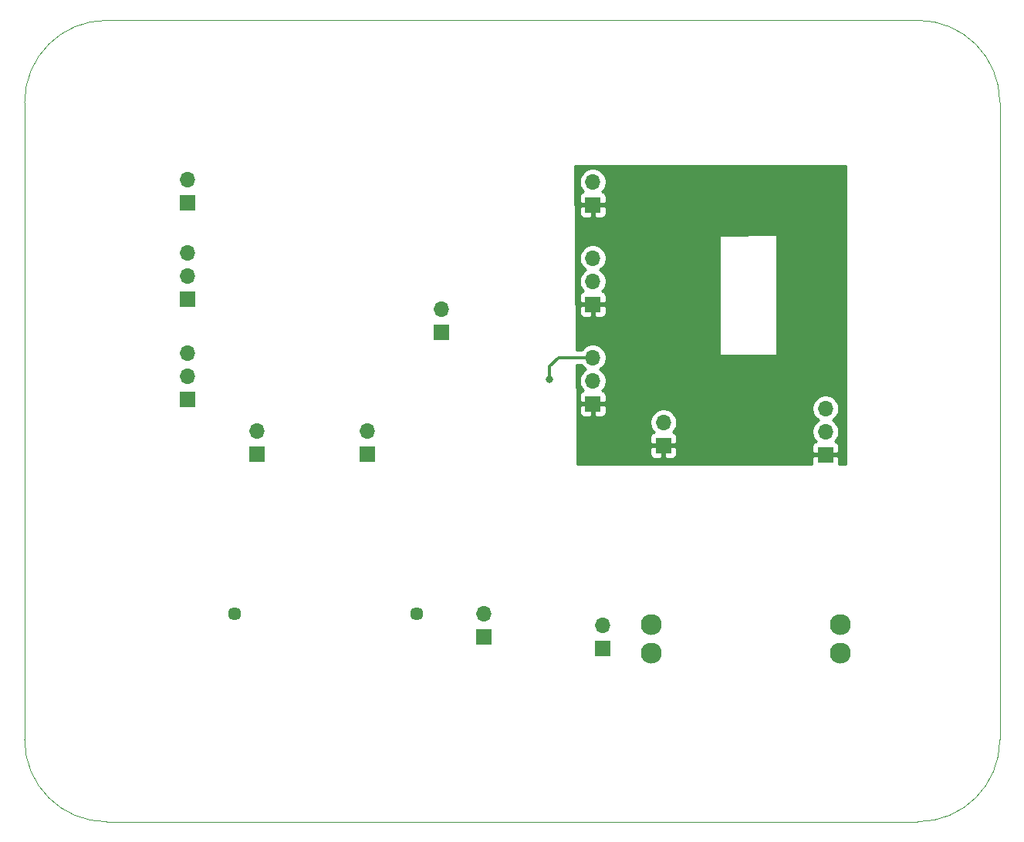
<source format=gbr>
%TF.GenerationSoftware,KiCad,Pcbnew,(5.1.10)-1*%
%TF.CreationDate,2021-07-19T17:08:21-04:00*%
%TF.ProjectId,gps-testing-board,6770732d-7465-4737-9469-6e672d626f61,rev?*%
%TF.SameCoordinates,Original*%
%TF.FileFunction,Copper,L2,Bot*%
%TF.FilePolarity,Positive*%
%FSLAX46Y46*%
G04 Gerber Fmt 4.6, Leading zero omitted, Abs format (unit mm)*
G04 Created by KiCad (PCBNEW (5.1.10)-1) date 2021-07-19 17:08:21*
%MOMM*%
%LPD*%
G01*
G04 APERTURE LIST*
%TA.AperFunction,Profile*%
%ADD10C,0.050000*%
%TD*%
%TA.AperFunction,ComponentPad*%
%ADD11O,1.700000X1.700000*%
%TD*%
%TA.AperFunction,ComponentPad*%
%ADD12R,1.700000X1.700000*%
%TD*%
%TA.AperFunction,ComponentPad*%
%ADD13C,2.300000*%
%TD*%
%TA.AperFunction,ComponentPad*%
%ADD14C,1.446000*%
%TD*%
%TA.AperFunction,ViaPad*%
%ADD15C,0.800000*%
%TD*%
%TA.AperFunction,Conductor*%
%ADD16C,0.300000*%
%TD*%
%TA.AperFunction,Conductor*%
%ADD17C,0.254000*%
%TD*%
%TA.AperFunction,Conductor*%
%ADD18C,0.100000*%
%TD*%
G04 APERTURE END LIST*
D10*
X111000000Y-150000000D02*
G75*
G02*
X102000000Y-141000000I0J9000000D01*
G01*
X209000000Y-141000000D02*
G75*
G02*
X200000000Y-150000000I-9000000J0D01*
G01*
X200000000Y-62000000D02*
G75*
G02*
X209000000Y-71000000I0J-9000000D01*
G01*
X111000000Y-150000000D02*
X200000000Y-150000000D01*
X209000000Y-71000000D02*
X209000000Y-141000000D01*
X102000000Y-71000000D02*
G75*
G02*
X111000000Y-62000000I9000000J0D01*
G01*
X111000000Y-62000000D02*
X200000000Y-62000000D01*
X102000000Y-71000000D02*
X102000000Y-141000000D01*
D11*
%TO.P,J1,2*%
%TO.N,Net-(C1-Pad1)*%
X164338000Y-79730600D03*
D12*
%TO.P,J1,1*%
%TO.N,GND1*%
X164338000Y-82270600D03*
%TD*%
%TO.P,J2,1*%
%TO.N,GND1*%
X164338000Y-93192600D03*
D11*
%TO.P,J2,2*%
%TO.N,Net-(J2-Pad2)*%
X164338000Y-90652600D03*
%TO.P,J2,3*%
%TO.N,Net-(J2-Pad3)*%
X164338000Y-88112600D03*
%TD*%
%TO.P,J3,3*%
%TO.N,Net-(J3-Pad3)*%
X164338000Y-99034600D03*
%TO.P,J3,2*%
%TO.N,Net-(J3-Pad2)*%
X164338000Y-101574600D03*
D12*
%TO.P,J3,1*%
%TO.N,GND1*%
X164338000Y-104114600D03*
%TD*%
%TO.P,J4,1*%
%TO.N,GND1*%
X172085000Y-108686600D03*
D11*
%TO.P,J4,2*%
%TO.N,Net-(C3-Pad1)*%
X172085000Y-106146600D03*
%TD*%
D12*
%TO.P,J5,1*%
%TO.N,GND2*%
X119888000Y-82042000D03*
D11*
%TO.P,J5,2*%
%TO.N,Net-(C2-Pad1)*%
X119888000Y-79502000D03*
%TD*%
%TO.P,J6,3*%
%TO.N,Net-(J6-Pad3)*%
X119888000Y-98552000D03*
%TO.P,J6,2*%
%TO.N,Net-(J6-Pad2)*%
X119888000Y-101092000D03*
D12*
%TO.P,J6,1*%
%TO.N,GND2*%
X119888000Y-103632000D03*
%TD*%
%TO.P,J7,1*%
%TO.N,GND2*%
X119888000Y-92583000D03*
D11*
%TO.P,J7,2*%
%TO.N,Net-(J7-Pad2)*%
X119888000Y-90043000D03*
%TO.P,J7,3*%
%TO.N,Net-(J7-Pad3)*%
X119888000Y-87503000D03*
%TD*%
%TO.P,J8,2*%
%TO.N,Net-(J8-Pad2)*%
X139573000Y-107061000D03*
D12*
%TO.P,J8,1*%
%TO.N,GND2*%
X139573000Y-109601000D03*
%TD*%
D11*
%TO.P,J9,2*%
%TO.N,Net-(C4-Pad1)*%
X127508000Y-107061000D03*
D12*
%TO.P,J9,1*%
%TO.N,GND2*%
X127508000Y-109601000D03*
%TD*%
%TO.P,J12,1*%
%TO.N,GND2*%
X147701000Y-96266000D03*
D11*
%TO.P,J12,2*%
%TO.N,Net-(J12-Pad2)*%
X147701000Y-93726000D03*
%TD*%
D12*
%TO.P,J13,1*%
%TO.N,GND1*%
X189865000Y-109702600D03*
D11*
%TO.P,J13,2*%
%TO.N,Net-(J13-Pad2)*%
X189865000Y-107162600D03*
%TO.P,J13,3*%
%TO.N,Net-(J13-Pad3)*%
X189865000Y-104622600D03*
%TD*%
D12*
%TO.P,J14,1*%
%TO.N,Net-(J14-Pad1)*%
X165404800Y-130937000D03*
D11*
%TO.P,J14,2*%
%TO.N,Net-(J14-Pad2)*%
X165404800Y-128397000D03*
%TD*%
%TO.P,J15,2*%
%TO.N,Net-(J15-Pad2)*%
X152400000Y-127152400D03*
D12*
%TO.P,J15,1*%
%TO.N,Net-(J15-Pad1)*%
X152400000Y-129692400D03*
%TD*%
D13*
%TO.P,J16,2*%
%TO.N,Net-(J14-Pad2)*%
X170727400Y-131446400D03*
X170727400Y-128346400D03*
X191527400Y-128346400D03*
X191527400Y-131446400D03*
%TD*%
D14*
%TO.P,J17,2*%
%TO.N,Net-(J15-Pad2)*%
X145018800Y-127152400D03*
%TO.P,J17,1*%
%TO.N,Net-(J15-Pad1)*%
X125018800Y-127152400D03*
%TD*%
D15*
%TO.N,GND1*%
X188163200Y-91541600D03*
X188163200Y-92557600D03*
X174396400Y-95910400D03*
%TO.N,Net-(J3-Pad3)*%
X159600200Y-101422200D03*
%TD*%
D16*
%TO.N,Net-(J3-Pad3)*%
X159600200Y-101422200D02*
X159600200Y-100013200D01*
X160578800Y-99034600D02*
X164338000Y-99034600D01*
X159600200Y-100013200D02*
X160578800Y-99034600D01*
%TD*%
D17*
%TO.N,GND1*%
X192100200Y-110718600D02*
X191328218Y-110718600D01*
X191340812Y-110677082D01*
X191353072Y-110552600D01*
X191350000Y-109988350D01*
X191191250Y-109829600D01*
X189992000Y-109829600D01*
X189992000Y-109849600D01*
X189738000Y-109849600D01*
X189738000Y-109829600D01*
X188538750Y-109829600D01*
X188380000Y-109988350D01*
X188376928Y-110552600D01*
X188389188Y-110677082D01*
X188401782Y-110718600D01*
X162635227Y-110718600D01*
X162626135Y-109536600D01*
X170596928Y-109536600D01*
X170609188Y-109661082D01*
X170645498Y-109780780D01*
X170704463Y-109891094D01*
X170783815Y-109987785D01*
X170880506Y-110067137D01*
X170990820Y-110126102D01*
X171110518Y-110162412D01*
X171235000Y-110174672D01*
X171799250Y-110171600D01*
X171958000Y-110012850D01*
X171958000Y-108813600D01*
X172212000Y-108813600D01*
X172212000Y-110012850D01*
X172370750Y-110171600D01*
X172935000Y-110174672D01*
X173059482Y-110162412D01*
X173179180Y-110126102D01*
X173289494Y-110067137D01*
X173386185Y-109987785D01*
X173465537Y-109891094D01*
X173524502Y-109780780D01*
X173560812Y-109661082D01*
X173573072Y-109536600D01*
X173570000Y-108972350D01*
X173450250Y-108852600D01*
X188376928Y-108852600D01*
X188380000Y-109416850D01*
X188538750Y-109575600D01*
X189738000Y-109575600D01*
X189738000Y-109555600D01*
X189992000Y-109555600D01*
X189992000Y-109575600D01*
X191191250Y-109575600D01*
X191350000Y-109416850D01*
X191353072Y-108852600D01*
X191340812Y-108728118D01*
X191304502Y-108608420D01*
X191245537Y-108498106D01*
X191166185Y-108401415D01*
X191069494Y-108322063D01*
X190959180Y-108263098D01*
X190886620Y-108241087D01*
X191018475Y-108109232D01*
X191180990Y-107866011D01*
X191292932Y-107595758D01*
X191350000Y-107308860D01*
X191350000Y-107016340D01*
X191292932Y-106729442D01*
X191180990Y-106459189D01*
X191018475Y-106215968D01*
X190811632Y-106009125D01*
X190637240Y-105892600D01*
X190811632Y-105776075D01*
X191018475Y-105569232D01*
X191180990Y-105326011D01*
X191292932Y-105055758D01*
X191350000Y-104768860D01*
X191350000Y-104476340D01*
X191292932Y-104189442D01*
X191180990Y-103919189D01*
X191018475Y-103675968D01*
X190811632Y-103469125D01*
X190568411Y-103306610D01*
X190298158Y-103194668D01*
X190011260Y-103137600D01*
X189718740Y-103137600D01*
X189431842Y-103194668D01*
X189161589Y-103306610D01*
X188918368Y-103469125D01*
X188711525Y-103675968D01*
X188549010Y-103919189D01*
X188437068Y-104189442D01*
X188380000Y-104476340D01*
X188380000Y-104768860D01*
X188437068Y-105055758D01*
X188549010Y-105326011D01*
X188711525Y-105569232D01*
X188918368Y-105776075D01*
X189092760Y-105892600D01*
X188918368Y-106009125D01*
X188711525Y-106215968D01*
X188549010Y-106459189D01*
X188437068Y-106729442D01*
X188380000Y-107016340D01*
X188380000Y-107308860D01*
X188437068Y-107595758D01*
X188549010Y-107866011D01*
X188711525Y-108109232D01*
X188843380Y-108241087D01*
X188770820Y-108263098D01*
X188660506Y-108322063D01*
X188563815Y-108401415D01*
X188484463Y-108498106D01*
X188425498Y-108608420D01*
X188389188Y-108728118D01*
X188376928Y-108852600D01*
X173450250Y-108852600D01*
X173411250Y-108813600D01*
X172212000Y-108813600D01*
X171958000Y-108813600D01*
X170758750Y-108813600D01*
X170600000Y-108972350D01*
X170596928Y-109536600D01*
X162626135Y-109536600D01*
X162613059Y-107836600D01*
X170596928Y-107836600D01*
X170600000Y-108400850D01*
X170758750Y-108559600D01*
X171958000Y-108559600D01*
X171958000Y-108539600D01*
X172212000Y-108539600D01*
X172212000Y-108559600D01*
X173411250Y-108559600D01*
X173570000Y-108400850D01*
X173573072Y-107836600D01*
X173560812Y-107712118D01*
X173524502Y-107592420D01*
X173465537Y-107482106D01*
X173386185Y-107385415D01*
X173289494Y-107306063D01*
X173179180Y-107247098D01*
X173106620Y-107225087D01*
X173238475Y-107093232D01*
X173400990Y-106850011D01*
X173512932Y-106579758D01*
X173570000Y-106292860D01*
X173570000Y-106000340D01*
X173512932Y-105713442D01*
X173400990Y-105443189D01*
X173238475Y-105199968D01*
X173031632Y-104993125D01*
X172788411Y-104830610D01*
X172518158Y-104718668D01*
X172231260Y-104661600D01*
X171938740Y-104661600D01*
X171651842Y-104718668D01*
X171381589Y-104830610D01*
X171138368Y-104993125D01*
X170931525Y-105199968D01*
X170769010Y-105443189D01*
X170657068Y-105713442D01*
X170600000Y-106000340D01*
X170600000Y-106292860D01*
X170657068Y-106579758D01*
X170769010Y-106850011D01*
X170931525Y-107093232D01*
X171063380Y-107225087D01*
X170990820Y-107247098D01*
X170880506Y-107306063D01*
X170783815Y-107385415D01*
X170704463Y-107482106D01*
X170645498Y-107592420D01*
X170609188Y-107712118D01*
X170596928Y-107836600D01*
X162613059Y-107836600D01*
X162590966Y-104964600D01*
X162849928Y-104964600D01*
X162862188Y-105089082D01*
X162898498Y-105208780D01*
X162957463Y-105319094D01*
X163036815Y-105415785D01*
X163133506Y-105495137D01*
X163243820Y-105554102D01*
X163363518Y-105590412D01*
X163488000Y-105602672D01*
X164052250Y-105599600D01*
X164211000Y-105440850D01*
X164211000Y-104241600D01*
X164465000Y-104241600D01*
X164465000Y-105440850D01*
X164623750Y-105599600D01*
X165188000Y-105602672D01*
X165312482Y-105590412D01*
X165432180Y-105554102D01*
X165542494Y-105495137D01*
X165639185Y-105415785D01*
X165718537Y-105319094D01*
X165777502Y-105208780D01*
X165813812Y-105089082D01*
X165826072Y-104964600D01*
X165823000Y-104400350D01*
X165664250Y-104241600D01*
X164465000Y-104241600D01*
X164211000Y-104241600D01*
X163011750Y-104241600D01*
X162853000Y-104400350D01*
X162849928Y-104964600D01*
X162590966Y-104964600D01*
X162551388Y-99819600D01*
X163076526Y-99819600D01*
X163184525Y-99981232D01*
X163391368Y-100188075D01*
X163565760Y-100304600D01*
X163391368Y-100421125D01*
X163184525Y-100627968D01*
X163022010Y-100871189D01*
X162910068Y-101141442D01*
X162853000Y-101428340D01*
X162853000Y-101720860D01*
X162910068Y-102007758D01*
X163022010Y-102278011D01*
X163184525Y-102521232D01*
X163316380Y-102653087D01*
X163243820Y-102675098D01*
X163133506Y-102734063D01*
X163036815Y-102813415D01*
X162957463Y-102910106D01*
X162898498Y-103020420D01*
X162862188Y-103140118D01*
X162849928Y-103264600D01*
X162853000Y-103828850D01*
X163011750Y-103987600D01*
X164211000Y-103987600D01*
X164211000Y-103967600D01*
X164465000Y-103967600D01*
X164465000Y-103987600D01*
X165664250Y-103987600D01*
X165823000Y-103828850D01*
X165826072Y-103264600D01*
X165813812Y-103140118D01*
X165777502Y-103020420D01*
X165718537Y-102910106D01*
X165639185Y-102813415D01*
X165542494Y-102734063D01*
X165432180Y-102675098D01*
X165359620Y-102653087D01*
X165491475Y-102521232D01*
X165653990Y-102278011D01*
X165765932Y-102007758D01*
X165823000Y-101720860D01*
X165823000Y-101428340D01*
X165765932Y-101141442D01*
X165653990Y-100871189D01*
X165491475Y-100627968D01*
X165284632Y-100421125D01*
X165110240Y-100304600D01*
X165284632Y-100188075D01*
X165491475Y-99981232D01*
X165653990Y-99738011D01*
X165765932Y-99467758D01*
X165823000Y-99180860D01*
X165823000Y-98888340D01*
X165765932Y-98601442D01*
X165653990Y-98331189D01*
X165491475Y-98087968D01*
X165284632Y-97881125D01*
X165041411Y-97718610D01*
X164771158Y-97606668D01*
X164484260Y-97549600D01*
X164191740Y-97549600D01*
X163904842Y-97606668D01*
X163634589Y-97718610D01*
X163391368Y-97881125D01*
X163184525Y-98087968D01*
X163076526Y-98249600D01*
X162539311Y-98249600D01*
X162506950Y-94042600D01*
X162849928Y-94042600D01*
X162862188Y-94167082D01*
X162898498Y-94286780D01*
X162957463Y-94397094D01*
X163036815Y-94493785D01*
X163133506Y-94573137D01*
X163243820Y-94632102D01*
X163363518Y-94668412D01*
X163488000Y-94680672D01*
X164052250Y-94677600D01*
X164211000Y-94518850D01*
X164211000Y-93319600D01*
X164465000Y-93319600D01*
X164465000Y-94518850D01*
X164623750Y-94677600D01*
X165188000Y-94680672D01*
X165312482Y-94668412D01*
X165432180Y-94632102D01*
X165542494Y-94573137D01*
X165639185Y-94493785D01*
X165718537Y-94397094D01*
X165777502Y-94286780D01*
X165813812Y-94167082D01*
X165826072Y-94042600D01*
X165823000Y-93478350D01*
X165664250Y-93319600D01*
X164465000Y-93319600D01*
X164211000Y-93319600D01*
X163011750Y-93319600D01*
X162853000Y-93478350D01*
X162849928Y-94042600D01*
X162506950Y-94042600D01*
X162493873Y-92342600D01*
X162849928Y-92342600D01*
X162853000Y-92906850D01*
X163011750Y-93065600D01*
X164211000Y-93065600D01*
X164211000Y-93045600D01*
X164465000Y-93045600D01*
X164465000Y-93065600D01*
X165664250Y-93065600D01*
X165823000Y-92906850D01*
X165826072Y-92342600D01*
X165813812Y-92218118D01*
X165777502Y-92098420D01*
X165718537Y-91988106D01*
X165639185Y-91891415D01*
X165542494Y-91812063D01*
X165432180Y-91753098D01*
X165359620Y-91731087D01*
X165491475Y-91599232D01*
X165653990Y-91356011D01*
X165765932Y-91085758D01*
X165823000Y-90798860D01*
X165823000Y-90506340D01*
X165765932Y-90219442D01*
X165653990Y-89949189D01*
X165491475Y-89705968D01*
X165284632Y-89499125D01*
X165110240Y-89382600D01*
X165284632Y-89266075D01*
X165491475Y-89059232D01*
X165653990Y-88816011D01*
X165765932Y-88545758D01*
X165823000Y-88258860D01*
X165823000Y-87966340D01*
X165765932Y-87679442D01*
X165653990Y-87409189D01*
X165491475Y-87165968D01*
X165284632Y-86959125D01*
X165041411Y-86796610D01*
X164771158Y-86684668D01*
X164484260Y-86627600D01*
X164191740Y-86627600D01*
X163904842Y-86684668D01*
X163634589Y-86796610D01*
X163391368Y-86959125D01*
X163184525Y-87165968D01*
X163022010Y-87409189D01*
X162910068Y-87679442D01*
X162853000Y-87966340D01*
X162853000Y-88258860D01*
X162910068Y-88545758D01*
X163022010Y-88816011D01*
X163184525Y-89059232D01*
X163391368Y-89266075D01*
X163565760Y-89382600D01*
X163391368Y-89499125D01*
X163184525Y-89705968D01*
X163022010Y-89949189D01*
X162910068Y-90219442D01*
X162853000Y-90506340D01*
X162853000Y-90798860D01*
X162910068Y-91085758D01*
X163022010Y-91356011D01*
X163184525Y-91599232D01*
X163316380Y-91731087D01*
X163243820Y-91753098D01*
X163133506Y-91812063D01*
X163036815Y-91891415D01*
X162957463Y-91988106D01*
X162898498Y-92098420D01*
X162862188Y-92218118D01*
X162849928Y-92342600D01*
X162493873Y-92342600D01*
X162442774Y-85699600D01*
X178181000Y-85699600D01*
X178181000Y-98653600D01*
X178183440Y-98678376D01*
X178190667Y-98702201D01*
X178202403Y-98724157D01*
X178218197Y-98743403D01*
X178237443Y-98759197D01*
X178259399Y-98770933D01*
X178283224Y-98778160D01*
X178308000Y-98780600D01*
X184454800Y-98780600D01*
X184479576Y-98778160D01*
X184503401Y-98770933D01*
X184525357Y-98759197D01*
X184544603Y-98743403D01*
X184560397Y-98724157D01*
X184572133Y-98702201D01*
X184579360Y-98678376D01*
X184581800Y-98653600D01*
X184581800Y-85648800D01*
X184579151Y-85622995D01*
X184571727Y-85599231D01*
X184559810Y-85577372D01*
X184543857Y-85558258D01*
X184524482Y-85542624D01*
X184502429Y-85531070D01*
X184478546Y-85524040D01*
X184453750Y-85521804D01*
X178306950Y-85572604D01*
X178283224Y-85575040D01*
X178259399Y-85582267D01*
X178237443Y-85594003D01*
X178218197Y-85609797D01*
X178202403Y-85629043D01*
X178190667Y-85650999D01*
X178183440Y-85674824D01*
X178181000Y-85699600D01*
X162442774Y-85699600D01*
X162422935Y-83120600D01*
X162849928Y-83120600D01*
X162862188Y-83245082D01*
X162898498Y-83364780D01*
X162957463Y-83475094D01*
X163036815Y-83571785D01*
X163133506Y-83651137D01*
X163243820Y-83710102D01*
X163363518Y-83746412D01*
X163488000Y-83758672D01*
X164052250Y-83755600D01*
X164211000Y-83596850D01*
X164211000Y-82397600D01*
X164465000Y-82397600D01*
X164465000Y-83596850D01*
X164623750Y-83755600D01*
X165188000Y-83758672D01*
X165312482Y-83746412D01*
X165432180Y-83710102D01*
X165542494Y-83651137D01*
X165639185Y-83571785D01*
X165718537Y-83475094D01*
X165777502Y-83364780D01*
X165813812Y-83245082D01*
X165826072Y-83120600D01*
X165823000Y-82556350D01*
X165664250Y-82397600D01*
X164465000Y-82397600D01*
X164211000Y-82397600D01*
X163011750Y-82397600D01*
X162853000Y-82556350D01*
X162849928Y-83120600D01*
X162422935Y-83120600D01*
X162409858Y-81420600D01*
X162849928Y-81420600D01*
X162853000Y-81984850D01*
X163011750Y-82143600D01*
X164211000Y-82143600D01*
X164211000Y-82123600D01*
X164465000Y-82123600D01*
X164465000Y-82143600D01*
X165664250Y-82143600D01*
X165823000Y-81984850D01*
X165826072Y-81420600D01*
X165813812Y-81296118D01*
X165777502Y-81176420D01*
X165718537Y-81066106D01*
X165639185Y-80969415D01*
X165542494Y-80890063D01*
X165432180Y-80831098D01*
X165359620Y-80809087D01*
X165491475Y-80677232D01*
X165653990Y-80434011D01*
X165765932Y-80163758D01*
X165823000Y-79876860D01*
X165823000Y-79584340D01*
X165765932Y-79297442D01*
X165653990Y-79027189D01*
X165491475Y-78783968D01*
X165284632Y-78577125D01*
X165041411Y-78414610D01*
X164771158Y-78302668D01*
X164484260Y-78245600D01*
X164191740Y-78245600D01*
X163904842Y-78302668D01*
X163634589Y-78414610D01*
X163391368Y-78577125D01*
X163184525Y-78783968D01*
X163022010Y-79027189D01*
X162910068Y-79297442D01*
X162853000Y-79584340D01*
X162853000Y-79876860D01*
X162910068Y-80163758D01*
X163022010Y-80434011D01*
X163184525Y-80677232D01*
X163316380Y-80809087D01*
X163243820Y-80831098D01*
X163133506Y-80890063D01*
X163036815Y-80969415D01*
X162957463Y-81066106D01*
X162898498Y-81176420D01*
X162862188Y-81296118D01*
X162849928Y-81420600D01*
X162409858Y-81420600D01*
X162383180Y-77952600D01*
X192100200Y-77952600D01*
X192100200Y-110718600D01*
%TA.AperFunction,Conductor*%
D18*
G36*
X192100200Y-110718600D02*
G01*
X191328218Y-110718600D01*
X191340812Y-110677082D01*
X191353072Y-110552600D01*
X191350000Y-109988350D01*
X191191250Y-109829600D01*
X189992000Y-109829600D01*
X189992000Y-109849600D01*
X189738000Y-109849600D01*
X189738000Y-109829600D01*
X188538750Y-109829600D01*
X188380000Y-109988350D01*
X188376928Y-110552600D01*
X188389188Y-110677082D01*
X188401782Y-110718600D01*
X162635227Y-110718600D01*
X162626135Y-109536600D01*
X170596928Y-109536600D01*
X170609188Y-109661082D01*
X170645498Y-109780780D01*
X170704463Y-109891094D01*
X170783815Y-109987785D01*
X170880506Y-110067137D01*
X170990820Y-110126102D01*
X171110518Y-110162412D01*
X171235000Y-110174672D01*
X171799250Y-110171600D01*
X171958000Y-110012850D01*
X171958000Y-108813600D01*
X172212000Y-108813600D01*
X172212000Y-110012850D01*
X172370750Y-110171600D01*
X172935000Y-110174672D01*
X173059482Y-110162412D01*
X173179180Y-110126102D01*
X173289494Y-110067137D01*
X173386185Y-109987785D01*
X173465537Y-109891094D01*
X173524502Y-109780780D01*
X173560812Y-109661082D01*
X173573072Y-109536600D01*
X173570000Y-108972350D01*
X173450250Y-108852600D01*
X188376928Y-108852600D01*
X188380000Y-109416850D01*
X188538750Y-109575600D01*
X189738000Y-109575600D01*
X189738000Y-109555600D01*
X189992000Y-109555600D01*
X189992000Y-109575600D01*
X191191250Y-109575600D01*
X191350000Y-109416850D01*
X191353072Y-108852600D01*
X191340812Y-108728118D01*
X191304502Y-108608420D01*
X191245537Y-108498106D01*
X191166185Y-108401415D01*
X191069494Y-108322063D01*
X190959180Y-108263098D01*
X190886620Y-108241087D01*
X191018475Y-108109232D01*
X191180990Y-107866011D01*
X191292932Y-107595758D01*
X191350000Y-107308860D01*
X191350000Y-107016340D01*
X191292932Y-106729442D01*
X191180990Y-106459189D01*
X191018475Y-106215968D01*
X190811632Y-106009125D01*
X190637240Y-105892600D01*
X190811632Y-105776075D01*
X191018475Y-105569232D01*
X191180990Y-105326011D01*
X191292932Y-105055758D01*
X191350000Y-104768860D01*
X191350000Y-104476340D01*
X191292932Y-104189442D01*
X191180990Y-103919189D01*
X191018475Y-103675968D01*
X190811632Y-103469125D01*
X190568411Y-103306610D01*
X190298158Y-103194668D01*
X190011260Y-103137600D01*
X189718740Y-103137600D01*
X189431842Y-103194668D01*
X189161589Y-103306610D01*
X188918368Y-103469125D01*
X188711525Y-103675968D01*
X188549010Y-103919189D01*
X188437068Y-104189442D01*
X188380000Y-104476340D01*
X188380000Y-104768860D01*
X188437068Y-105055758D01*
X188549010Y-105326011D01*
X188711525Y-105569232D01*
X188918368Y-105776075D01*
X189092760Y-105892600D01*
X188918368Y-106009125D01*
X188711525Y-106215968D01*
X188549010Y-106459189D01*
X188437068Y-106729442D01*
X188380000Y-107016340D01*
X188380000Y-107308860D01*
X188437068Y-107595758D01*
X188549010Y-107866011D01*
X188711525Y-108109232D01*
X188843380Y-108241087D01*
X188770820Y-108263098D01*
X188660506Y-108322063D01*
X188563815Y-108401415D01*
X188484463Y-108498106D01*
X188425498Y-108608420D01*
X188389188Y-108728118D01*
X188376928Y-108852600D01*
X173450250Y-108852600D01*
X173411250Y-108813600D01*
X172212000Y-108813600D01*
X171958000Y-108813600D01*
X170758750Y-108813600D01*
X170600000Y-108972350D01*
X170596928Y-109536600D01*
X162626135Y-109536600D01*
X162613059Y-107836600D01*
X170596928Y-107836600D01*
X170600000Y-108400850D01*
X170758750Y-108559600D01*
X171958000Y-108559600D01*
X171958000Y-108539600D01*
X172212000Y-108539600D01*
X172212000Y-108559600D01*
X173411250Y-108559600D01*
X173570000Y-108400850D01*
X173573072Y-107836600D01*
X173560812Y-107712118D01*
X173524502Y-107592420D01*
X173465537Y-107482106D01*
X173386185Y-107385415D01*
X173289494Y-107306063D01*
X173179180Y-107247098D01*
X173106620Y-107225087D01*
X173238475Y-107093232D01*
X173400990Y-106850011D01*
X173512932Y-106579758D01*
X173570000Y-106292860D01*
X173570000Y-106000340D01*
X173512932Y-105713442D01*
X173400990Y-105443189D01*
X173238475Y-105199968D01*
X173031632Y-104993125D01*
X172788411Y-104830610D01*
X172518158Y-104718668D01*
X172231260Y-104661600D01*
X171938740Y-104661600D01*
X171651842Y-104718668D01*
X171381589Y-104830610D01*
X171138368Y-104993125D01*
X170931525Y-105199968D01*
X170769010Y-105443189D01*
X170657068Y-105713442D01*
X170600000Y-106000340D01*
X170600000Y-106292860D01*
X170657068Y-106579758D01*
X170769010Y-106850011D01*
X170931525Y-107093232D01*
X171063380Y-107225087D01*
X170990820Y-107247098D01*
X170880506Y-107306063D01*
X170783815Y-107385415D01*
X170704463Y-107482106D01*
X170645498Y-107592420D01*
X170609188Y-107712118D01*
X170596928Y-107836600D01*
X162613059Y-107836600D01*
X162590966Y-104964600D01*
X162849928Y-104964600D01*
X162862188Y-105089082D01*
X162898498Y-105208780D01*
X162957463Y-105319094D01*
X163036815Y-105415785D01*
X163133506Y-105495137D01*
X163243820Y-105554102D01*
X163363518Y-105590412D01*
X163488000Y-105602672D01*
X164052250Y-105599600D01*
X164211000Y-105440850D01*
X164211000Y-104241600D01*
X164465000Y-104241600D01*
X164465000Y-105440850D01*
X164623750Y-105599600D01*
X165188000Y-105602672D01*
X165312482Y-105590412D01*
X165432180Y-105554102D01*
X165542494Y-105495137D01*
X165639185Y-105415785D01*
X165718537Y-105319094D01*
X165777502Y-105208780D01*
X165813812Y-105089082D01*
X165826072Y-104964600D01*
X165823000Y-104400350D01*
X165664250Y-104241600D01*
X164465000Y-104241600D01*
X164211000Y-104241600D01*
X163011750Y-104241600D01*
X162853000Y-104400350D01*
X162849928Y-104964600D01*
X162590966Y-104964600D01*
X162551388Y-99819600D01*
X163076526Y-99819600D01*
X163184525Y-99981232D01*
X163391368Y-100188075D01*
X163565760Y-100304600D01*
X163391368Y-100421125D01*
X163184525Y-100627968D01*
X163022010Y-100871189D01*
X162910068Y-101141442D01*
X162853000Y-101428340D01*
X162853000Y-101720860D01*
X162910068Y-102007758D01*
X163022010Y-102278011D01*
X163184525Y-102521232D01*
X163316380Y-102653087D01*
X163243820Y-102675098D01*
X163133506Y-102734063D01*
X163036815Y-102813415D01*
X162957463Y-102910106D01*
X162898498Y-103020420D01*
X162862188Y-103140118D01*
X162849928Y-103264600D01*
X162853000Y-103828850D01*
X163011750Y-103987600D01*
X164211000Y-103987600D01*
X164211000Y-103967600D01*
X164465000Y-103967600D01*
X164465000Y-103987600D01*
X165664250Y-103987600D01*
X165823000Y-103828850D01*
X165826072Y-103264600D01*
X165813812Y-103140118D01*
X165777502Y-103020420D01*
X165718537Y-102910106D01*
X165639185Y-102813415D01*
X165542494Y-102734063D01*
X165432180Y-102675098D01*
X165359620Y-102653087D01*
X165491475Y-102521232D01*
X165653990Y-102278011D01*
X165765932Y-102007758D01*
X165823000Y-101720860D01*
X165823000Y-101428340D01*
X165765932Y-101141442D01*
X165653990Y-100871189D01*
X165491475Y-100627968D01*
X165284632Y-100421125D01*
X165110240Y-100304600D01*
X165284632Y-100188075D01*
X165491475Y-99981232D01*
X165653990Y-99738011D01*
X165765932Y-99467758D01*
X165823000Y-99180860D01*
X165823000Y-98888340D01*
X165765932Y-98601442D01*
X165653990Y-98331189D01*
X165491475Y-98087968D01*
X165284632Y-97881125D01*
X165041411Y-97718610D01*
X164771158Y-97606668D01*
X164484260Y-97549600D01*
X164191740Y-97549600D01*
X163904842Y-97606668D01*
X163634589Y-97718610D01*
X163391368Y-97881125D01*
X163184525Y-98087968D01*
X163076526Y-98249600D01*
X162539311Y-98249600D01*
X162506950Y-94042600D01*
X162849928Y-94042600D01*
X162862188Y-94167082D01*
X162898498Y-94286780D01*
X162957463Y-94397094D01*
X163036815Y-94493785D01*
X163133506Y-94573137D01*
X163243820Y-94632102D01*
X163363518Y-94668412D01*
X163488000Y-94680672D01*
X164052250Y-94677600D01*
X164211000Y-94518850D01*
X164211000Y-93319600D01*
X164465000Y-93319600D01*
X164465000Y-94518850D01*
X164623750Y-94677600D01*
X165188000Y-94680672D01*
X165312482Y-94668412D01*
X165432180Y-94632102D01*
X165542494Y-94573137D01*
X165639185Y-94493785D01*
X165718537Y-94397094D01*
X165777502Y-94286780D01*
X165813812Y-94167082D01*
X165826072Y-94042600D01*
X165823000Y-93478350D01*
X165664250Y-93319600D01*
X164465000Y-93319600D01*
X164211000Y-93319600D01*
X163011750Y-93319600D01*
X162853000Y-93478350D01*
X162849928Y-94042600D01*
X162506950Y-94042600D01*
X162493873Y-92342600D01*
X162849928Y-92342600D01*
X162853000Y-92906850D01*
X163011750Y-93065600D01*
X164211000Y-93065600D01*
X164211000Y-93045600D01*
X164465000Y-93045600D01*
X164465000Y-93065600D01*
X165664250Y-93065600D01*
X165823000Y-92906850D01*
X165826072Y-92342600D01*
X165813812Y-92218118D01*
X165777502Y-92098420D01*
X165718537Y-91988106D01*
X165639185Y-91891415D01*
X165542494Y-91812063D01*
X165432180Y-91753098D01*
X165359620Y-91731087D01*
X165491475Y-91599232D01*
X165653990Y-91356011D01*
X165765932Y-91085758D01*
X165823000Y-90798860D01*
X165823000Y-90506340D01*
X165765932Y-90219442D01*
X165653990Y-89949189D01*
X165491475Y-89705968D01*
X165284632Y-89499125D01*
X165110240Y-89382600D01*
X165284632Y-89266075D01*
X165491475Y-89059232D01*
X165653990Y-88816011D01*
X165765932Y-88545758D01*
X165823000Y-88258860D01*
X165823000Y-87966340D01*
X165765932Y-87679442D01*
X165653990Y-87409189D01*
X165491475Y-87165968D01*
X165284632Y-86959125D01*
X165041411Y-86796610D01*
X164771158Y-86684668D01*
X164484260Y-86627600D01*
X164191740Y-86627600D01*
X163904842Y-86684668D01*
X163634589Y-86796610D01*
X163391368Y-86959125D01*
X163184525Y-87165968D01*
X163022010Y-87409189D01*
X162910068Y-87679442D01*
X162853000Y-87966340D01*
X162853000Y-88258860D01*
X162910068Y-88545758D01*
X163022010Y-88816011D01*
X163184525Y-89059232D01*
X163391368Y-89266075D01*
X163565760Y-89382600D01*
X163391368Y-89499125D01*
X163184525Y-89705968D01*
X163022010Y-89949189D01*
X162910068Y-90219442D01*
X162853000Y-90506340D01*
X162853000Y-90798860D01*
X162910068Y-91085758D01*
X163022010Y-91356011D01*
X163184525Y-91599232D01*
X163316380Y-91731087D01*
X163243820Y-91753098D01*
X163133506Y-91812063D01*
X163036815Y-91891415D01*
X162957463Y-91988106D01*
X162898498Y-92098420D01*
X162862188Y-92218118D01*
X162849928Y-92342600D01*
X162493873Y-92342600D01*
X162442774Y-85699600D01*
X178181000Y-85699600D01*
X178181000Y-98653600D01*
X178183440Y-98678376D01*
X178190667Y-98702201D01*
X178202403Y-98724157D01*
X178218197Y-98743403D01*
X178237443Y-98759197D01*
X178259399Y-98770933D01*
X178283224Y-98778160D01*
X178308000Y-98780600D01*
X184454800Y-98780600D01*
X184479576Y-98778160D01*
X184503401Y-98770933D01*
X184525357Y-98759197D01*
X184544603Y-98743403D01*
X184560397Y-98724157D01*
X184572133Y-98702201D01*
X184579360Y-98678376D01*
X184581800Y-98653600D01*
X184581800Y-85648800D01*
X184579151Y-85622995D01*
X184571727Y-85599231D01*
X184559810Y-85577372D01*
X184543857Y-85558258D01*
X184524482Y-85542624D01*
X184502429Y-85531070D01*
X184478546Y-85524040D01*
X184453750Y-85521804D01*
X178306950Y-85572604D01*
X178283224Y-85575040D01*
X178259399Y-85582267D01*
X178237443Y-85594003D01*
X178218197Y-85609797D01*
X178202403Y-85629043D01*
X178190667Y-85650999D01*
X178183440Y-85674824D01*
X178181000Y-85699600D01*
X162442774Y-85699600D01*
X162422935Y-83120600D01*
X162849928Y-83120600D01*
X162862188Y-83245082D01*
X162898498Y-83364780D01*
X162957463Y-83475094D01*
X163036815Y-83571785D01*
X163133506Y-83651137D01*
X163243820Y-83710102D01*
X163363518Y-83746412D01*
X163488000Y-83758672D01*
X164052250Y-83755600D01*
X164211000Y-83596850D01*
X164211000Y-82397600D01*
X164465000Y-82397600D01*
X164465000Y-83596850D01*
X164623750Y-83755600D01*
X165188000Y-83758672D01*
X165312482Y-83746412D01*
X165432180Y-83710102D01*
X165542494Y-83651137D01*
X165639185Y-83571785D01*
X165718537Y-83475094D01*
X165777502Y-83364780D01*
X165813812Y-83245082D01*
X165826072Y-83120600D01*
X165823000Y-82556350D01*
X165664250Y-82397600D01*
X164465000Y-82397600D01*
X164211000Y-82397600D01*
X163011750Y-82397600D01*
X162853000Y-82556350D01*
X162849928Y-83120600D01*
X162422935Y-83120600D01*
X162409858Y-81420600D01*
X162849928Y-81420600D01*
X162853000Y-81984850D01*
X163011750Y-82143600D01*
X164211000Y-82143600D01*
X164211000Y-82123600D01*
X164465000Y-82123600D01*
X164465000Y-82143600D01*
X165664250Y-82143600D01*
X165823000Y-81984850D01*
X165826072Y-81420600D01*
X165813812Y-81296118D01*
X165777502Y-81176420D01*
X165718537Y-81066106D01*
X165639185Y-80969415D01*
X165542494Y-80890063D01*
X165432180Y-80831098D01*
X165359620Y-80809087D01*
X165491475Y-80677232D01*
X165653990Y-80434011D01*
X165765932Y-80163758D01*
X165823000Y-79876860D01*
X165823000Y-79584340D01*
X165765932Y-79297442D01*
X165653990Y-79027189D01*
X165491475Y-78783968D01*
X165284632Y-78577125D01*
X165041411Y-78414610D01*
X164771158Y-78302668D01*
X164484260Y-78245600D01*
X164191740Y-78245600D01*
X163904842Y-78302668D01*
X163634589Y-78414610D01*
X163391368Y-78577125D01*
X163184525Y-78783968D01*
X163022010Y-79027189D01*
X162910068Y-79297442D01*
X162853000Y-79584340D01*
X162853000Y-79876860D01*
X162910068Y-80163758D01*
X163022010Y-80434011D01*
X163184525Y-80677232D01*
X163316380Y-80809087D01*
X163243820Y-80831098D01*
X163133506Y-80890063D01*
X163036815Y-80969415D01*
X162957463Y-81066106D01*
X162898498Y-81176420D01*
X162862188Y-81296118D01*
X162849928Y-81420600D01*
X162409858Y-81420600D01*
X162383180Y-77952600D01*
X192100200Y-77952600D01*
X192100200Y-110718600D01*
G37*
%TD.AperFunction*%
%TD*%
M02*

</source>
